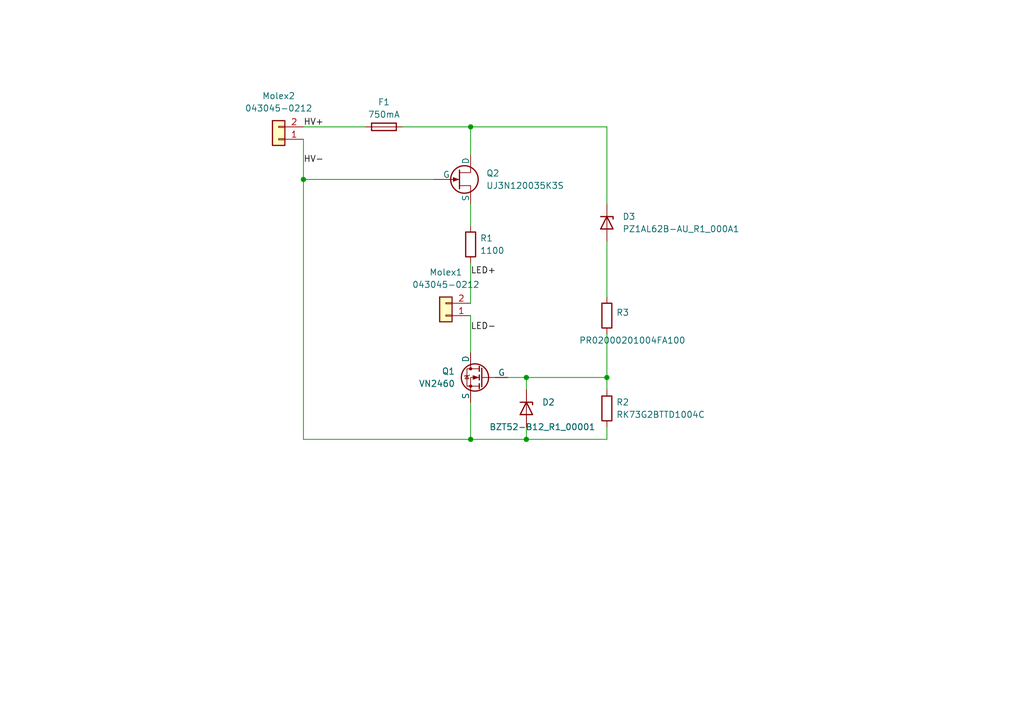
<source format=kicad_sch>
(kicad_sch (version 20230121) (generator eeschema)
  (paper "A5")
  (lib_symbols
    (symbol "Connector_Generic:Conn_01x02" (pin_names (offset 1.016) hide)
      (property "Reference" "J" (at 0 2.54 0))
      (property "Value" "Conn_01x02" (at 0 -5.08 0))
      (symbol "Conn_01x02_1_1"
        (rectangle (start -1.27 -2.413) (end 0 -2.667) (stroke (width 0.1524)))
        (rectangle (start -1.27 0.127) (end 0 -0.127) (stroke (width 0.1524)))
        (rectangle (start -1.27 1.27) (end 1.27 -3.81) (stroke (width 0.254)) (fill (type background)))
        (pin passive line (at -5.08 0 0) (length 3.81) (name "Pin_1") (number "1"))
        (pin passive line (at -5.08 -2.54 0) (length 3.81) (name "Pin_2") (number "2"))
      )
    )
    (symbol "Device:D_Zener" (pin_numbers hide) (pin_names (offset 1.016) hide)
      (property "Reference" "D" (at 0 2.54 0))
      (property "Value" "D_Zener" (at 0 -2.54 0))
      (symbol "D_Zener_0_1"
        (polyline (pts (xy 1.27 0) (xy -1.27 0)))
        (polyline (pts (xy -1.27 -1.27) (xy -1.27 1.27) (xy -0.762 1.27)) (stroke (width 0.254)))
        (polyline (pts (xy 1.27 -1.27) (xy 1.27 1.27) (xy -1.27 0) (xy 1.27 -1.27)) (stroke (width 0.254)))
      )
      (symbol "D_Zener_1_1"
        (pin passive line (at -3.81 0 0) (length 2.54) (name "K") (number "1"))
        (pin passive line (at 3.81 0 180) (length 2.54) (name "A") (number "2"))
      )
    )
    (symbol "Device:Fuse" (pin_numbers hide) (pin_names (offset 0))
      (property "Reference" "F" (at 2.032 0 90))
      (property "Value" "Fuse" (at -1.905 0 90))
      (symbol "Fuse_0_1"
        (rectangle (start -0.762 -2.54) (end 0.762 2.54) (stroke (width 0.254)))
        (polyline (pts (xy 0 2.54) (xy 0 -2.54)))
      )
      (symbol "Fuse_1_1"
        (pin passive line (at 0 3.81 270) (length 1.27) (name "~") (number "1"))
        (pin passive line (at 0 -3.81 90) (length 1.27) (name "~") (number "2"))
      )
    )
    (symbol "Device:R" (pin_numbers hide) (pin_names (offset 0))
      (property "Reference" "R" (at 2.032 0 90))
      (property "Value" "R" (at 0 0 90))
      (symbol "R_0_1"
        (rectangle (start -1.016 -2.54) (end 1.016 2.54) (stroke (width 0.254)))
      )
      (symbol "R_1_1"
        (pin passive line (at 0 3.81 270) (length 1.27) (name "~") (number "1"))
        (pin passive line (at 0 -3.81 90) (length 1.27) (name "~") (number "2"))
      )
    )
    (symbol "Simulation_SPICE:NJFET" (pin_numbers hide) (pin_names (offset 0))
      (property "Reference" "Q2" (at 5.715 1.27 0))
      (property "Value" "UJ3N120035K3S" (at 5.715 -1.27 0))
      (symbol "NJFET_0_1"
        (polyline (pts (xy 0.254 1.905) (xy 0.254 -1.905) (xy 0.254 -1.905)) (stroke (width 0.254)))
        (polyline (pts (xy 2.54 -2.54) (xy 2.54 -1.27) (xy 0.254 -1.27)))
        (polyline (pts (xy 2.54 2.54) (xy 2.54 1.397) (xy 0.254 1.397)))
        (polyline (pts (xy 0 0) (xy -1.016 0.381) (xy -1.016 -0.381) (xy 0 0)) (fill (type outline)))
        (circle (center 1.27 0) (radius 2.8194) (stroke (width 0.254)))
      )
      (symbol "NJFET_1_1"
        (pin input line (at -5.08 0 0) (length 5.334) (name "G") (number "1"))
        (pin passive line (at 2.54 5.08 270) (length 2.54) (name "D") (number "2"))
        (pin passive line (at 2.54 -5.08 90) (length 2.54) (name "S") (number "3"))
      )
    )
    (symbol "Simulation_SPICE:NMOS" (pin_numbers hide) (pin_names (offset 0))
      (property "Reference" "Q1" (at 5.715 1.27 0))
      (property "Value" "VN2460" (at 5.715 -1.27 0))
      (symbol "NMOS_0_1"
        (polyline (pts (xy 0.254 0) (xy -2.54 0)))
        (polyline (pts (xy 0.254 1.905) (xy 0.254 -1.905)) (stroke (width 0.254)))
        (polyline (pts (xy 0.762 -1.27) (xy 0.762 -2.286)) (stroke (width 0.254)))
        (polyline (pts (xy 0.762 0.508) (xy 0.762 -0.508)) (stroke (width 0.254)))
        (polyline (pts (xy 0.762 2.286) (xy 0.762 1.27)) (stroke (width 0.254)))
        (polyline (pts (xy 2.54 2.54) (xy 2.54 1.778)))
        (polyline (pts (xy 2.54 -2.54) (xy 2.54 0) (xy 0.762 0)))
        (polyline (pts (xy 0.762 -1.778) (xy 3.302 -1.778) (xy 3.302 1.778) (xy 0.762 1.778)))
        (polyline (pts (xy 1.016 0) (xy 2.032 0.381) (xy 2.032 -0.381) (xy 1.016 0)) (fill (type outline)))
        (polyline (pts (xy 2.794 0.508) (xy 2.921 0.381) (xy 3.683 0.381) (xy 3.81 0.254)))
        (polyline (pts (xy 3.302 0.381) (xy 2.921 -0.254) (xy 3.683 -0.254) (xy 3.302 0.381)))
        (circle (center 1.651 0) (radius 2.794) (stroke (width 0.254)))
        (circle (center 2.54 -1.778) (radius 0.254) (fill (type outline)))
        (circle (center 2.54 1.778) (radius 0.254) (fill (type outline)))
      )
      (symbol "NMOS_1_1"
        (pin passive line (at 2.54 -5.08 90) (length 2.54) (name "S") (number "1"))
        (pin input line (at -5.08 0 0) (length 2.54) (name "G") (number "2"))
        (pin passive line (at 2.54 5.08 270) (length 2.54) (name "D") (number "3"))
      )
    )
  )
  (junction (at 62.23 36.83))
  (junction (at 96.52 26.035))
  (junction (at 124.46 77.47))
  (junction (at 107.95 90.17))
  (junction (at 96.52 90.17))
  (junction (at 107.95 77.47))
  (wire (pts (xy 82.55 26.035) (xy 96.52 26.035)))
  (wire (pts (xy 96.52 41.91) (xy 96.52 46.355)))
  (wire (pts (xy 96.52 90.17) (xy 62.23 90.17)))
  (wire (pts (xy 62.23 36.83) (xy 88.9 36.83)))
  (wire (pts (xy 107.95 90.17) (xy 124.46 90.17)))
  (wire (pts (xy 62.23 36.83) (xy 62.23 28.575)))
  (wire (pts (xy 124.46 77.47) (xy 124.46 68.58)))
  (wire (pts (xy 107.95 77.47) (xy 107.95 80.01)))
  (wire (pts (xy 124.46 90.17) (xy 124.46 87.63)))
  (wire (pts (xy 124.46 26.035) (xy 96.52 26.035)))
  (wire (pts (xy 107.95 77.47) (xy 124.46 77.47)))
  (wire (pts (xy 96.52 26.035) (xy 96.52 31.75)))
  (wire (pts (xy 62.23 26.035) (xy 74.93 26.035)))
  (wire (pts (xy 124.46 49.53) (xy 124.46 60.96)))
  (wire (pts (xy 124.46 41.91) (xy 124.46 26.035)))
  (wire (pts (xy 104.14 77.47) (xy 107.95 77.47)))
  (wire (pts (xy 96.52 90.17) (xy 107.95 90.17)))
  (wire (pts (xy 107.95 90.17) (xy 107.95 87.63)))
  (wire (pts (xy 124.46 77.47) (xy 124.46 80.01)))
  (wire (pts (xy 96.52 82.55) (xy 96.52 90.17)))
  (wire (pts (xy 96.52 53.975) (xy 96.52 62.23)))
  (wire (pts (xy 62.23 90.17) (xy 62.23 36.83)))
  (wire (pts (xy 96.52 64.77) (xy 96.52 72.39)))
  (label "LED+" (at 96.52 56.515 0))
  (label "HV-" (at 62.23 33.655 0))
  (label "LED-" (at 96.52 67.945 0))
  (label "HV+" (at 62.23 26.035 0))
  (symbol (lib_id "Device:R") (at 96.52 50.165 0) (unit 1)
    (property "Reference" "R1" (at 98.425 48.895 0) (effects (justify left)))
    (property "Value" "1100" (at 98.425 51.435 0) (effects (justify left)))
    (property "Footprint" "Resistor_THT:R_Axial_DIN0207_L6.3mm_D2.5mm_P7.62mm_Horizontal" (effects hide))
  )
  (symbol (lib_id "Simulation_SPICE:NMOS") (at 99.06 77.47 0) (mirror y) (unit 1)
    (property "Reference" "Q1" (at 93.345 76.2 0) (effects (justify left)))
    (property "Value" "VN2460" (at 93.345 78.74 0) (effects (justify left)))
    (property "Footprint" "Package_TO_SOT_THT:TO-92" (effects hide))
    (property "Datasheet" "https://ngspice.sourceforge.io/docs/ngspice-manual.pdf" (effects hide))
    (property "Sim.Device" "NMOS" (effects hide))
    (property "Sim.Type" "VDMOS" (effects hide))
    (property "Sim.Pins" "1=D 2=G 3=S" (effects hide))
  )
  (symbol (lib_id "Connector_Generic:Conn_01x02") (at 91.44 64.77 180) (unit 1)
    (property "Reference" "Molex1" (at 91.44 55.88 0))
    (property "Value" "043045-0212" (at 91.44 58.42 0))
    (property "Footprint" "Connector_Molex:Molex_Micro-Fit_3.0_43045-0212_2x01_P3.00mm_Vertical" (effects hide))
  )
  (symbol (lib_id "Device:Fuse") (at 78.74 26.035 90) (unit 1)
    (property "Reference" "F1" (at 78.74 20.955 90))
    (property "Value" "750mA" (at 78.74 23.495 90))
    (property "Footprint" "BK_PCS:FUSE_BK_PCS" (effects hide))
  )
  (symbol (lib_id "Device:D_Zener") (at 124.46 45.72 270) (unit 1)
    (property "Reference" "D3" (at 127.635 44.45 90) (effects (justify left)))
    (property "Value" "PZ1AL62B-AU_R1_000A1" (at 127.635 46.99 90) (effects (justify left)))
    (property "Footprint" "Diode_SMD:D_SOD-123F" (effects hide))
  )
  (symbol (lib_id "Connector_Generic:Conn_01x02") (at 57.15 28.575 180) (unit 1)
    (property "Reference" "Molex2" (at 57.15 19.685 0))
    (property "Value" "043045-0212" (at 57.15 22.225 0))
    (property "Footprint" "Connector_Molex:Molex_Micro-Fit_3.0_43045-0212_2x01_P3.00mm_Vertical" (effects hide))
  )
  (symbol (lib_id "Simulation_SPICE:NJFET") (at 93.98 36.83 0) (unit 1)
    (property "Reference" "Q2" (at 99.695 35.56 0) (effects (justify left)))
    (property "Value" "UJ3N120035K3S" (at 99.695 38.1 0) (effects (justify left)))
    (property "Footprint" "Package_TO_SOT_THT:TO-247-3_Horizontal_TabDown" (effects hide))
    (property "Sim.Device" "NJFET" (effects hide))
    (property "Sim.Type" "SHICHMANHODGES" (effects hide))
    (property "Sim.Pins" "1=D 2=G 3=S" (effects hide))
  )
  (symbol (lib_id "Device:R") (at 124.46 64.77 0) (unit 1)
    (property "Reference" "R3" (at 126.365 64.135 0) (effects (justify left)))
    (property "Value" "PR02000201004FA100" (at 118.745 69.85 0) (effects (justify left)))
    (property "Footprint" "Resistor_THT:R_Axial_DIN0207_L6.3mm_D2.5mm_P7.62mm_Horizontal" (effects hide))
  )
  (symbol (lib_id "Device:R") (at 124.46 83.82 0) (unit 1)
    (property "Reference" "R2" (at 126.365 82.55 0) (effects (justify left)))
    (property "Value" "RK73G2BTTD1004C" (at 126.365 85.09 0) (effects (justify left)))
    (property "Footprint" "Resistor_SMD:RESC3116X65N" (effects hide))
  )
  (symbol (lib_id "Device:D_Zener") (at 107.95 83.82 270) (unit 1)
    (property "Reference" "D2" (at 111.125 82.55 90) (effects (justify left)))
    (property "Value" "BZT52-B12_R1_00001" (at 100.33 87.63 90) (effects (justify left)))
    (property "Footprint" "Diode_SMD:D_SOD-123" (effects hide))
  )
)
</source>
